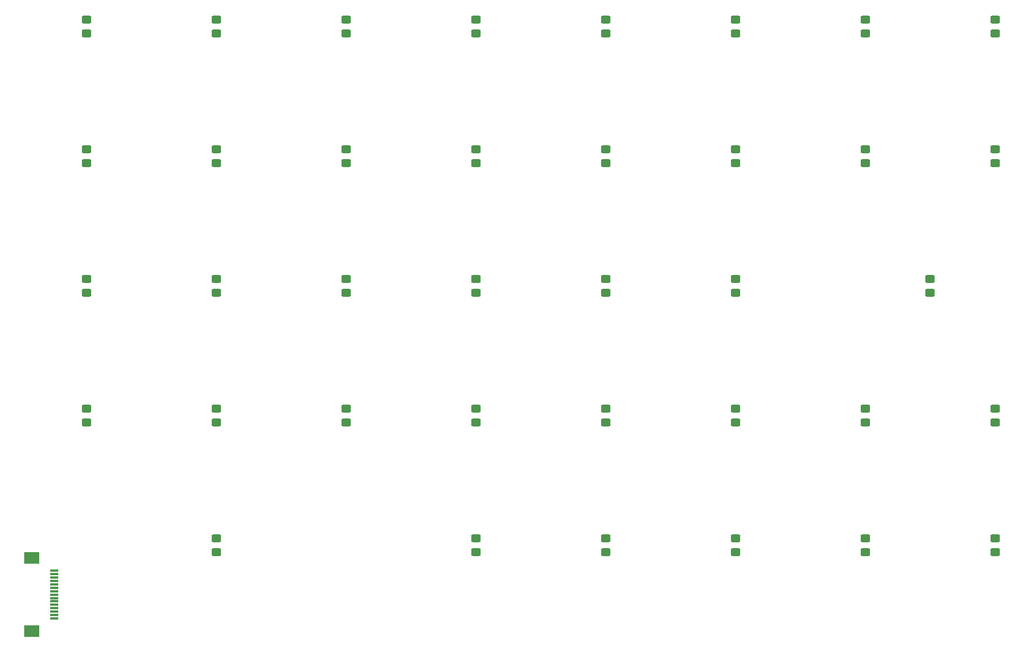
<source format=gbp>
%TF.GenerationSoftware,KiCad,Pcbnew,(6.0.10)*%
%TF.CreationDate,2023-02-02T17:49:13-08:00*%
%TF.ProjectId,netrazr_rev2-Right,6e657472-617a-4725-9f72-6576322d5269,2*%
%TF.SameCoordinates,Original*%
%TF.FileFunction,Paste,Bot*%
%TF.FilePolarity,Positive*%
%FSLAX46Y46*%
G04 Gerber Fmt 4.6, Leading zero omitted, Abs format (unit mm)*
G04 Created by KiCad (PCBNEW (6.0.10)) date 2023-02-02 17:49:13*
%MOMM*%
%LPD*%
G01*
G04 APERTURE LIST*
G04 Aperture macros list*
%AMRoundRect*
0 Rectangle with rounded corners*
0 $1 Rounding radius*
0 $2 $3 $4 $5 $6 $7 $8 $9 X,Y pos of 4 corners*
0 Add a 4 corners polygon primitive as box body*
4,1,4,$2,$3,$4,$5,$6,$7,$8,$9,$2,$3,0*
0 Add four circle primitives for the rounded corners*
1,1,$1+$1,$2,$3*
1,1,$1+$1,$4,$5*
1,1,$1+$1,$6,$7*
1,1,$1+$1,$8,$9*
0 Add four rect primitives between the rounded corners*
20,1,$1+$1,$2,$3,$4,$5,0*
20,1,$1+$1,$4,$5,$6,$7,0*
20,1,$1+$1,$6,$7,$8,$9,0*
20,1,$1+$1,$8,$9,$2,$3,0*%
G04 Aperture macros list end*
%ADD10RoundRect,0.250000X0.450000X-0.325000X0.450000X0.325000X-0.450000X0.325000X-0.450000X-0.325000X0*%
%ADD11R,1.300000X0.300000*%
%ADD12R,2.200000X1.800000*%
G04 APERTURE END LIST*
D10*
X304615000Y-88365000D03*
X304615000Y-86315000D03*
X266515000Y-88365000D03*
X266515000Y-86315000D03*
X361765000Y-164565000D03*
X361765000Y-162515000D03*
X247465000Y-164565000D03*
X247465000Y-162515000D03*
X323665000Y-126465000D03*
X323665000Y-124415000D03*
X228415000Y-88365000D03*
X228415000Y-86315000D03*
X361765000Y-107415000D03*
X361765000Y-105365000D03*
X285565000Y-126465000D03*
X285565000Y-124415000D03*
X266515000Y-126465000D03*
X266515000Y-124415000D03*
X361765000Y-88365000D03*
X361765000Y-86315000D03*
X323665000Y-88365000D03*
X323665000Y-86315000D03*
X228415000Y-107415000D03*
X228415000Y-105365000D03*
X304615000Y-145515000D03*
X304615000Y-143465000D03*
X266515000Y-145515000D03*
X266515000Y-143465000D03*
X247465000Y-145515000D03*
X247465000Y-143465000D03*
X228415000Y-145515000D03*
X228415000Y-143465000D03*
X247465000Y-107415000D03*
X247465000Y-105365000D03*
X323665000Y-164565000D03*
X323665000Y-162515000D03*
X285565000Y-164565000D03*
X285565000Y-162515000D03*
X342715000Y-145515000D03*
X342715000Y-143465000D03*
X352240000Y-126465000D03*
X352240000Y-124415000D03*
X323665000Y-145515000D03*
X323665000Y-143465000D03*
X342715000Y-88365000D03*
X342715000Y-86315000D03*
X304615000Y-126465000D03*
X304615000Y-124415000D03*
X304615000Y-164565000D03*
X304615000Y-162515000D03*
X266515000Y-107415000D03*
X266515000Y-105365000D03*
X247465000Y-126465000D03*
X247465000Y-124415000D03*
X285565000Y-145515000D03*
X285565000Y-143465000D03*
D11*
X223680000Y-174300000D03*
X223680000Y-173800000D03*
X223680000Y-173300000D03*
X223680000Y-172800000D03*
X223680000Y-172300000D03*
X223680000Y-171800000D03*
X223680000Y-171300000D03*
X223680000Y-170800000D03*
X223680000Y-170300000D03*
X223680000Y-169800000D03*
X223680000Y-169300000D03*
X223680000Y-168800000D03*
X223680000Y-168300000D03*
X223680000Y-167800000D03*
X223680000Y-167300000D03*
D12*
X220430000Y-165400000D03*
X220430000Y-176200000D03*
D10*
X342715000Y-107415000D03*
X342715000Y-105365000D03*
X304615000Y-107415000D03*
X304615000Y-105365000D03*
X323665000Y-107415000D03*
X323665000Y-105365000D03*
X228415000Y-126465000D03*
X228415000Y-124415000D03*
X285565000Y-88365000D03*
X285565000Y-86315000D03*
X285565000Y-107415000D03*
X285565000Y-105365000D03*
X247465000Y-88365000D03*
X247465000Y-86315000D03*
X361765000Y-145515000D03*
X361765000Y-143465000D03*
X342715000Y-164565000D03*
X342715000Y-162515000D03*
M02*

</source>
